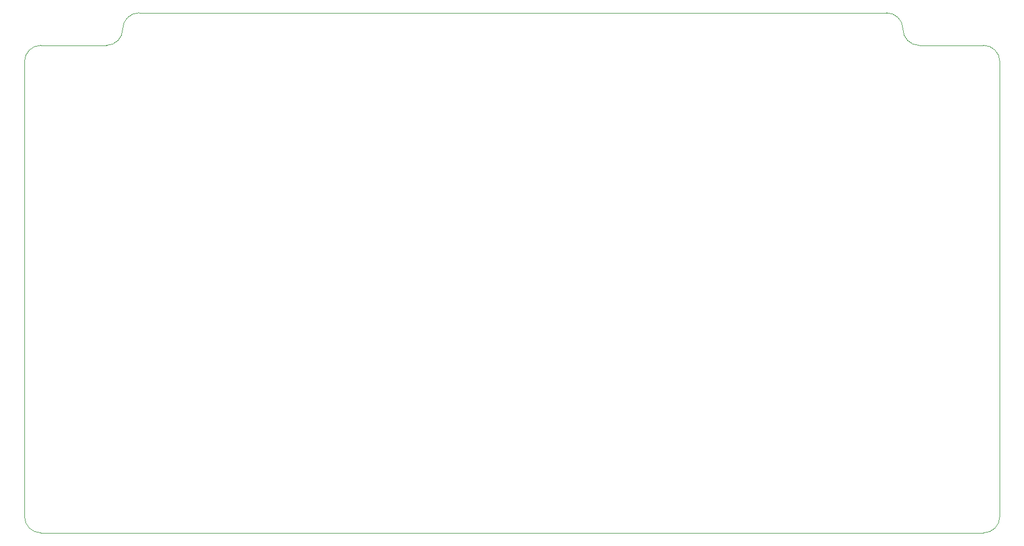
<source format=gbr>
G04 #@! TF.GenerationSoftware,KiCad,Pcbnew,(5.1.0)-1*
G04 #@! TF.CreationDate,2022-08-15T09:48:56-05:00*
G04 #@! TF.ProjectId,surfgen,73757266-6765-46e2-9e6b-696361645f70,rev?*
G04 #@! TF.SameCoordinates,Original*
G04 #@! TF.FileFunction,Profile,NP*
%FSLAX46Y46*%
G04 Gerber Fmt 4.6, Leading zero omitted, Abs format (unit mm)*
G04 Created by KiCad (PCBNEW (5.1.0)-1) date 2022-08-15 09:48:56*
%MOMM*%
%LPD*%
G04 APERTURE LIST*
%ADD10C,0.050000*%
G04 APERTURE END LIST*
D10*
X226822000Y-62839600D02*
X216763600Y-62839600D01*
X89763600Y-62839600D02*
X79502000Y-62839600D01*
X211683600Y-57759600D02*
X94843600Y-57759600D01*
X92303600Y-60299600D02*
G75*
G02X94843600Y-57759600I2540000J0D01*
G01*
X211683600Y-57759600D02*
G75*
G02X214223600Y-60299600I0J-2540000D01*
G01*
X92303600Y-60299600D02*
G75*
G02X89763600Y-62839600I-2540000J0D01*
G01*
X216763600Y-62839600D02*
G75*
G02X214223600Y-60299600I0J2540000D01*
G01*
X229362000Y-136499600D02*
G75*
G02X226822000Y-139039600I-2540000J0D01*
G01*
X226822000Y-62839600D02*
G75*
G02X229362000Y-65379600I0J-2540000D01*
G01*
X76962000Y-65379600D02*
G75*
G02X79502000Y-62839600I2540000J0D01*
G01*
X79502000Y-139039600D02*
G75*
G02X76962000Y-136499600I0J2540000D01*
G01*
X229362000Y-136499600D02*
X229362000Y-65379600D01*
X76962000Y-136499600D02*
X76962000Y-65379600D01*
X226822000Y-139039600D02*
X79502000Y-139039600D01*
M02*

</source>
